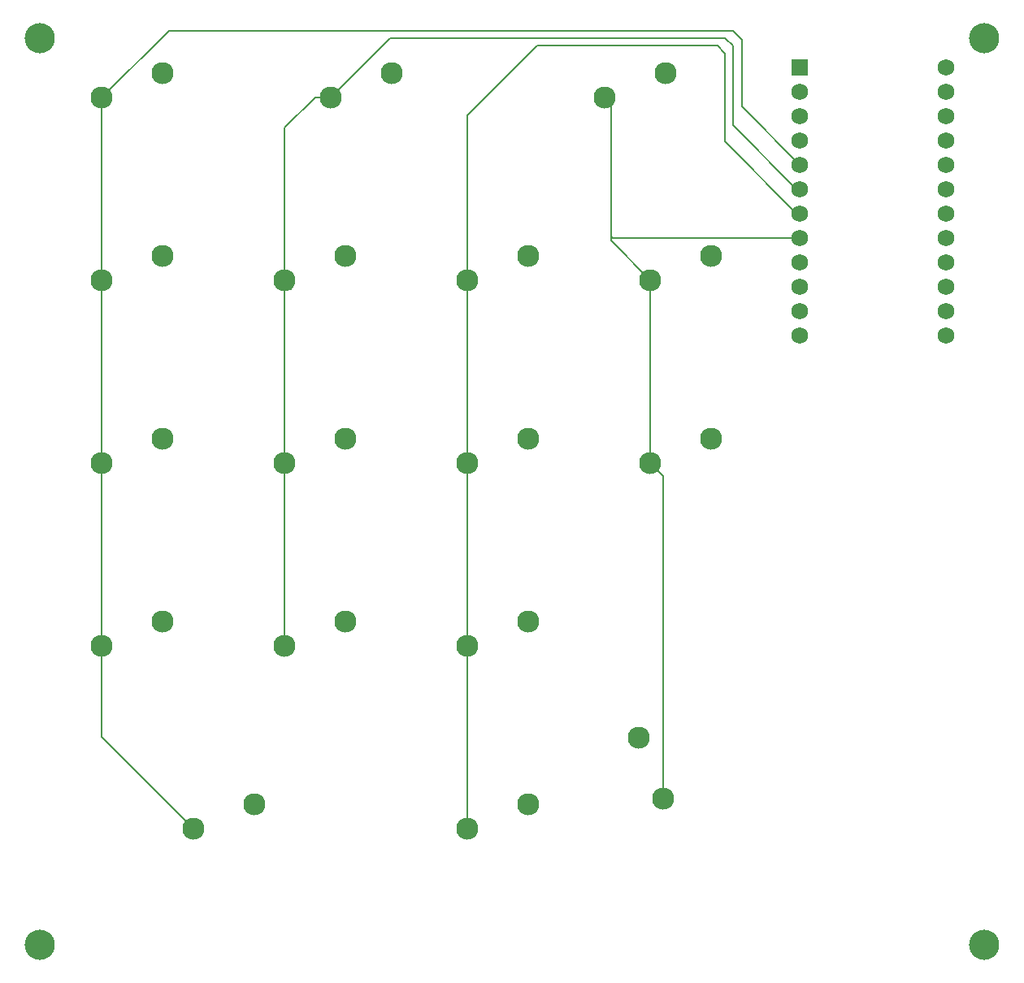
<source format=gbr>
%TF.GenerationSoftware,KiCad,Pcbnew,8.0.2*%
%TF.CreationDate,2024-06-01T15:04:53-05:00*%
%TF.ProjectId,KiCad Numpad,4b694361-6420-44e7-956d-7061642e6b69,rev?*%
%TF.SameCoordinates,Original*%
%TF.FileFunction,Copper,L1,Top*%
%TF.FilePolarity,Positive*%
%FSLAX46Y46*%
G04 Gerber Fmt 4.6, Leading zero omitted, Abs format (unit mm)*
G04 Created by KiCad (PCBNEW 8.0.2) date 2024-06-01 15:04:53*
%MOMM*%
%LPD*%
G01*
G04 APERTURE LIST*
%TA.AperFunction,ComponentPad*%
%ADD10C,2.300000*%
%TD*%
%TA.AperFunction,WasherPad*%
%ADD11C,3.150000*%
%TD*%
%TA.AperFunction,ComponentPad*%
%ADD12R,1.752600X1.752600*%
%TD*%
%TA.AperFunction,ComponentPad*%
%ADD13C,1.752600*%
%TD*%
%TA.AperFunction,Conductor*%
%ADD14C,0.200000*%
%TD*%
G04 APERTURE END LIST*
D10*
%TO.P,MX2,1,1*%
%TO.N,COL1*%
X124618750Y-76835000D03*
%TO.P,MX2,2,2*%
%TO.N,Net-(D2-A)*%
X130968750Y-74295000D03*
%TD*%
%TO.P,MX11,1,1*%
%TO.N,COL2*%
X138876250Y-114935000D03*
%TO.P,MX11,2,2*%
%TO.N,Net-(D11-A)*%
X145226250Y-112395000D03*
%TD*%
D11*
%TO.P,H1,*%
%TO.N,*%
X94297500Y-70643750D03*
%TD*%
D10*
%TO.P,MX6,1,1*%
%TO.N,COL1*%
X119850000Y-95885000D03*
%TO.P,MX6,2,2*%
%TO.N,Net-(D6-A)*%
X126200000Y-93345000D03*
%TD*%
%TO.P,MX10,1,1*%
%TO.N,COL1*%
X119850000Y-114935000D03*
%TO.P,MX10,2,2*%
%TO.N,Net-(D10-A)*%
X126200000Y-112395000D03*
%TD*%
%TO.P,MX3,1,1*%
%TO.N,COL3*%
X159300000Y-149922500D03*
%TO.P,MX3,2,2*%
%TO.N,Net-(D3-A)*%
X156760000Y-143572500D03*
%TD*%
%TO.P,MX16,1,1*%
%TO.N,COL2*%
X138906250Y-153035000D03*
%TO.P,MX16,2,2*%
%TO.N,Net-(D16-A)*%
X145256250Y-150495000D03*
%TD*%
D11*
%TO.P,H2,*%
%TO.N,*%
X192722500Y-70643750D03*
%TD*%
D10*
%TO.P,MX12,1,1*%
%TO.N,COL3*%
X157956250Y-95885000D03*
%TO.P,MX12,2,2*%
%TO.N,Net-(D12-A)*%
X164306250Y-93345000D03*
%TD*%
%TO.P,MX9,1,1*%
%TO.N,COL0*%
X100806250Y-114935000D03*
%TO.P,MX9,2,2*%
%TO.N,Net-(D9-A)*%
X107156250Y-112395000D03*
%TD*%
%TO.P,MX5,1,1*%
%TO.N,COL0*%
X100806250Y-95885000D03*
%TO.P,MX5,2,2*%
%TO.N,Net-(D5-A)*%
X107156250Y-93345000D03*
%TD*%
%TO.P,MX14,1,1*%
%TO.N,COL1*%
X119850000Y-133985000D03*
%TO.P,MX14,2,2*%
%TO.N,Net-(D14-A)*%
X126200000Y-131445000D03*
%TD*%
D11*
%TO.P,H3,*%
%TO.N,*%
X94297500Y-165100000D03*
%TD*%
D10*
%TO.P,MX8,1,1*%
%TO.N,COL3*%
X157956250Y-114935000D03*
%TO.P,MX8,2,2*%
%TO.N,Net-(D8-A)*%
X164306250Y-112395000D03*
%TD*%
D12*
%TO.P,U1,1,TX0/PD3*%
%TO.N,unconnected-(U1-TX0{slash}PD3-Pad1)*%
X173513750Y-73660000D03*
D13*
%TO.P,U1,2,RX1/PD2*%
%TO.N,unconnected-(U1-RX1{slash}PD2-Pad2)*%
X173513750Y-76200000D03*
%TO.P,U1,3,GND*%
%TO.N,unconnected-(U1-GND-Pad3)*%
X173513750Y-78740000D03*
%TO.P,U1,4,GND*%
%TO.N,unconnected-(U1-GND-Pad4)*%
X173513750Y-81280000D03*
%TO.P,U1,5,2/PD1*%
%TO.N,COL0*%
X173513750Y-83820000D03*
%TO.P,U1,6,3/PD0*%
%TO.N,COL1*%
X173513750Y-86360000D03*
%TO.P,U1,7,4/PD4*%
%TO.N,COL2*%
X173513750Y-88900000D03*
%TO.P,U1,8,5/PC6*%
%TO.N,COL3*%
X173513750Y-91440000D03*
%TO.P,U1,9,6/PD7*%
%TO.N,ROW0*%
X173513750Y-93980000D03*
%TO.P,U1,10,7/PE6*%
%TO.N,ROW1*%
X173513750Y-96520000D03*
%TO.P,U1,11,8/PB4*%
%TO.N,ROW2*%
X173513750Y-99060000D03*
%TO.P,U1,12,9/PB5*%
%TO.N,ROW3*%
X173513750Y-101600000D03*
%TO.P,U1,13,10/PB6*%
%TO.N,unconnected-(U1-10{slash}PB6-Pad13)*%
X188753750Y-101600000D03*
%TO.P,U1,14,16/PB2*%
%TO.N,unconnected-(U1-16{slash}PB2-Pad14)*%
X188753750Y-99060000D03*
%TO.P,U1,15,14/PB3*%
%TO.N,unconnected-(U1-14{slash}PB3-Pad15)*%
X188753750Y-96520000D03*
%TO.P,U1,16,15/PB1*%
%TO.N,unconnected-(U1-15{slash}PB1-Pad16)*%
X188753750Y-93980000D03*
%TO.P,U1,17,A0/PF7*%
%TO.N,unconnected-(U1-A0{slash}PF7-Pad17)*%
X188753750Y-91440000D03*
%TO.P,U1,18,A1/PF6*%
%TO.N,unconnected-(U1-A1{slash}PF6-Pad18)*%
X188753750Y-88900000D03*
%TO.P,U1,19,A2/PF5*%
%TO.N,unconnected-(U1-A2{slash}PF5-Pad19)*%
X188753750Y-86360000D03*
%TO.P,U1,20,A3/PF4*%
%TO.N,ROW4*%
X188753750Y-83820000D03*
%TO.P,U1,21,VCC*%
%TO.N,unconnected-(U1-VCC-Pad21)*%
X188753750Y-81280000D03*
%TO.P,U1,22,RST*%
%TO.N,unconnected-(U1-RST-Pad22)*%
X188753750Y-78740000D03*
%TO.P,U1,23,GND*%
%TO.N,unconnected-(U1-GND-Pad23)*%
X188753750Y-76200000D03*
%TO.P,U1,24,RAW*%
%TO.N,unconnected-(U1-RAW-Pad24)*%
X188753750Y-73660000D03*
%TD*%
D10*
%TO.P,MX7,1,1*%
%TO.N,COL2*%
X138876250Y-95885000D03*
%TO.P,MX7,2,2*%
%TO.N,Net-(D7-A)*%
X145226250Y-93345000D03*
%TD*%
%TO.P,MX13,1,1*%
%TO.N,COL0*%
X100800000Y-133985000D03*
%TO.P,MX13,2,2*%
%TO.N,Net-(D13-A)*%
X107150000Y-131445000D03*
%TD*%
D11*
%TO.P,H4,*%
%TO.N,*%
X192722500Y-165100000D03*
%TD*%
D10*
%TO.P,MX17,1,1*%
%TO.N,COL0*%
X110331250Y-153035000D03*
%TO.P,MX17,2,2*%
%TO.N,Net-(D17-A)*%
X116681250Y-150495000D03*
%TD*%
%TO.P,MX1,1,1*%
%TO.N,COL0*%
X100806250Y-76835000D03*
%TO.P,MX1,2,2*%
%TO.N,Net-(D1-A)*%
X107156250Y-74295000D03*
%TD*%
%TO.P,MX15,1,1*%
%TO.N,COL2*%
X138876250Y-133985000D03*
%TO.P,MX15,2,2*%
%TO.N,Net-(D15-A)*%
X145226250Y-131445000D03*
%TD*%
%TO.P,MX4,1,1*%
%TO.N,COL3*%
X153192500Y-76835000D03*
%TO.P,MX4,2,2*%
%TO.N,Net-(D4-A)*%
X159542500Y-74295000D03*
%TD*%
D14*
%TO.N,COL1*%
X166528750Y-79692500D02*
X166528750Y-71437500D01*
X119850000Y-96196250D02*
X120491250Y-96837500D01*
X119850000Y-95885000D02*
X119850000Y-96196250D01*
X122992405Y-76835000D02*
X119856250Y-79971155D01*
X124618750Y-76835000D02*
X130810000Y-70643750D01*
X166528750Y-71437500D02*
X165735000Y-70643750D01*
X119776250Y-133911250D02*
X119850000Y-133985000D01*
X120491250Y-114293750D02*
X119850000Y-114935000D01*
X119850000Y-114935000D02*
X119850000Y-133985000D01*
X165735000Y-70643750D02*
X130810000Y-70643750D01*
X119856250Y-79971155D02*
X119856250Y-95885000D01*
X119850000Y-133985000D02*
X120411250Y-134546250D01*
X119850000Y-95885000D02*
X119850000Y-114935000D01*
X166528750Y-79692500D02*
X173196250Y-86360000D01*
X124618750Y-76835000D02*
X122992405Y-76835000D01*
%TO.N,COL2*%
X138876250Y-133985000D02*
X138876250Y-95885000D01*
X138876250Y-153005000D02*
X138906250Y-153035000D01*
X146148750Y-71437500D02*
X164941250Y-71437500D01*
X165735000Y-81438750D02*
X173196250Y-88900000D01*
X165735000Y-72231250D02*
X165735000Y-81438750D01*
X164941250Y-71437500D02*
X165735000Y-72231250D01*
X138876250Y-133985000D02*
X138876250Y-153005000D01*
X138876250Y-78710000D02*
X146148750Y-71437500D01*
X138876250Y-95885000D02*
X138876250Y-78710000D01*
X138896250Y-95895000D02*
X138906250Y-95885000D01*
%TO.N,COL3*%
X157956250Y-114935000D02*
X157956250Y-95885000D01*
X153828750Y-91281250D02*
X153828750Y-91757500D01*
X153132500Y-76835000D02*
X153828750Y-77531250D01*
X159300000Y-116278750D02*
X157956250Y-114935000D01*
X159300000Y-149922500D02*
X159300000Y-116278750D01*
X173196250Y-91440000D02*
X153987500Y-91440000D01*
X153828750Y-77531250D02*
X153828750Y-91281250D01*
X153828750Y-91757500D02*
X157956250Y-95885000D01*
X153987500Y-91440000D02*
X153828750Y-91281250D01*
%TO.N,COL0*%
X100806250Y-133978750D02*
X100800000Y-133985000D01*
X100800000Y-133985000D02*
X100800000Y-143503750D01*
X167481250Y-77787500D02*
X167481250Y-70802500D01*
X166528750Y-69850000D02*
X107791250Y-69850000D01*
X167481250Y-70802500D02*
X166528750Y-69850000D01*
X100806250Y-76835000D02*
X100806250Y-133978750D01*
X173513750Y-83820000D02*
X167481250Y-77787500D01*
X100806250Y-76835000D02*
X107791250Y-69850000D01*
X100806250Y-76835000D02*
X100965000Y-76993750D01*
X100800000Y-143503750D02*
X110331250Y-153035000D01*
%TD*%
M02*

</source>
